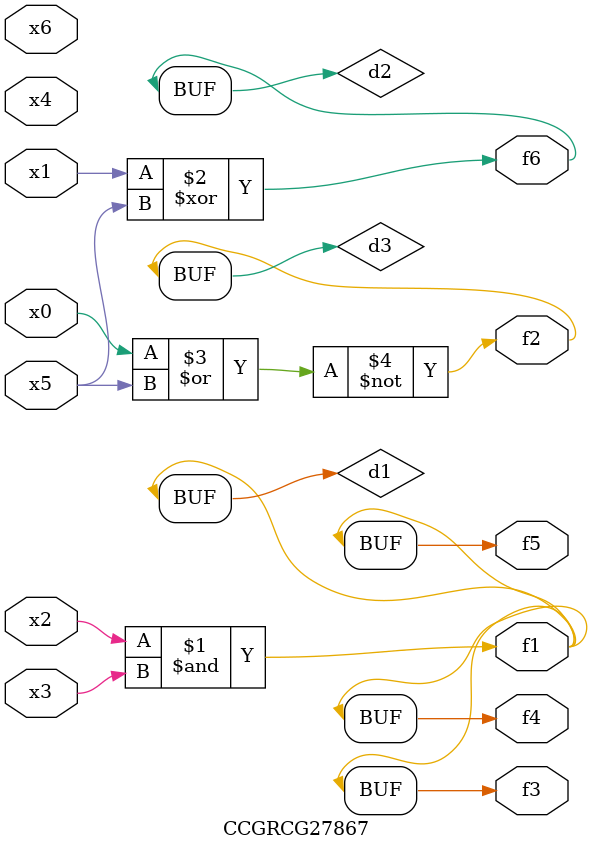
<source format=v>
module CCGRCG27867(
	input x0, x1, x2, x3, x4, x5, x6,
	output f1, f2, f3, f4, f5, f6
);

	wire d1, d2, d3;

	and (d1, x2, x3);
	xor (d2, x1, x5);
	nor (d3, x0, x5);
	assign f1 = d1;
	assign f2 = d3;
	assign f3 = d1;
	assign f4 = d1;
	assign f5 = d1;
	assign f6 = d2;
endmodule

</source>
